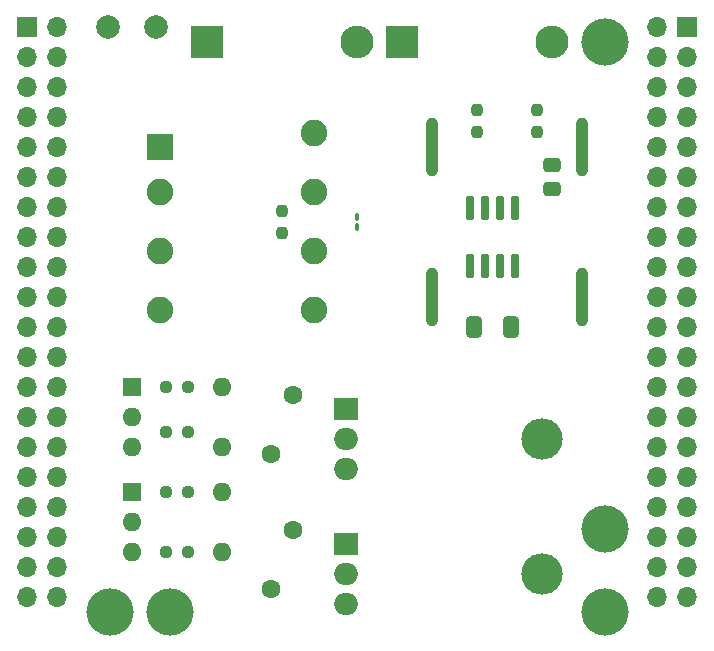
<source format=gbs>
G04 #@! TF.GenerationSoftware,KiCad,Pcbnew,(6.0.2)*
G04 #@! TF.CreationDate,2022-02-22T23:29:17+09:00*
G04 #@! TF.ProjectId,ACBoard,4143426f-6172-4642-9e6b-696361645f70,rev?*
G04 #@! TF.SameCoordinates,Original*
G04 #@! TF.FileFunction,Soldermask,Bot*
G04 #@! TF.FilePolarity,Negative*
%FSLAX46Y46*%
G04 Gerber Fmt 4.6, Leading zero omitted, Abs format (unit mm)*
G04 Created by KiCad (PCBNEW (6.0.2)) date 2022-02-22 23:29:17*
%MOMM*%
%LPD*%
G01*
G04 APERTURE LIST*
G04 Aperture macros list*
%AMRoundRect*
0 Rectangle with rounded corners*
0 $1 Rounding radius*
0 $2 $3 $4 $5 $6 $7 $8 $9 X,Y pos of 4 corners*
0 Add a 4 corners polygon primitive as box body*
4,1,4,$2,$3,$4,$5,$6,$7,$8,$9,$2,$3,0*
0 Add four circle primitives for the rounded corners*
1,1,$1+$1,$2,$3*
1,1,$1+$1,$4,$5*
1,1,$1+$1,$6,$7*
1,1,$1+$1,$8,$9*
0 Add four rect primitives between the rounded corners*
20,1,$1+$1,$2,$3,$4,$5,0*
20,1,$1+$1,$4,$5,$6,$7,0*
20,1,$1+$1,$6,$7,$8,$9,0*
20,1,$1+$1,$8,$9,$2,$3,0*%
G04 Aperture macros list end*
%ADD10C,4.000000*%
%ADD11RoundRect,0.042000X-0.258000X0.943000X-0.258000X-0.943000X0.258000X-0.943000X0.258000X0.943000X0*%
%ADD12R,1.600000X1.600000*%
%ADD13O,1.600000X1.600000*%
%ADD14R,2.250000X2.250000*%
%ADD15C,2.250000*%
%ADD16C,1.600000*%
%ADD17RoundRect,0.237500X-0.237500X0.250000X-0.237500X-0.250000X0.237500X-0.250000X0.237500X0.250000X0*%
%ADD18RoundRect,0.237500X0.237500X-0.250000X0.237500X0.250000X-0.237500X0.250000X-0.237500X-0.250000X0*%
%ADD19RoundRect,0.237500X0.250000X0.237500X-0.250000X0.237500X-0.250000X-0.237500X0.250000X-0.237500X0*%
%ADD20O,1.000000X5.000000*%
%ADD21C,2.000000*%
%ADD22R,1.700000X1.700000*%
%ADD23O,1.700000X1.700000*%
%ADD24R,2.800000X2.800000*%
%ADD25O,2.800000X2.800000*%
%ADD26RoundRect,0.100000X0.100000X-0.217500X0.100000X0.217500X-0.100000X0.217500X-0.100000X-0.217500X0*%
%ADD27O,3.500000X3.500000*%
%ADD28R,2.000000X1.905000*%
%ADD29O,2.000000X1.905000*%
%ADD30RoundRect,0.250000X-0.412500X-0.650000X0.412500X-0.650000X0.412500X0.650000X-0.412500X0.650000X0*%
%ADD31RoundRect,0.250000X-0.475000X0.337500X-0.475000X-0.337500X0.475000X-0.337500X0.475000X0.337500X0*%
G04 APERTURE END LIST*
D10*
X208915000Y-61595000D03*
X208915000Y-68580000D03*
X208915000Y-20320000D03*
X172085000Y-68580000D03*
X167005000Y-68580000D03*
D11*
X197485000Y-39300000D03*
X198755000Y-39300000D03*
X200025000Y-39300000D03*
X201295000Y-39300000D03*
X201295000Y-34360000D03*
X200025000Y-34360000D03*
X198755000Y-34360000D03*
X197485000Y-34360000D03*
D12*
X168920000Y-58435000D03*
D13*
X168920000Y-60975000D03*
X168920000Y-63515000D03*
X176540000Y-63515000D03*
X176540000Y-58435000D03*
D12*
X168920000Y-49545000D03*
D13*
X168920000Y-52085000D03*
X168920000Y-54625000D03*
X176540000Y-54625000D03*
X176540000Y-49545000D03*
D14*
X171300000Y-29260000D03*
D15*
X171300000Y-33060000D03*
X171300000Y-38060000D03*
X171300000Y-43060000D03*
X184300000Y-43060000D03*
X184300000Y-38060000D03*
X184300000Y-33060000D03*
X184300000Y-28060000D03*
D16*
X180710000Y-66635000D03*
X182510000Y-61635000D03*
X182510000Y-50205000D03*
X180710000Y-55205000D03*
D17*
X203200000Y-27940000D03*
X203200000Y-26115000D03*
D18*
X198120000Y-26115000D03*
X198120000Y-27940000D03*
D17*
X181610000Y-34647500D03*
X181610000Y-36472500D03*
D19*
X173632500Y-63500000D03*
X171807500Y-63500000D03*
X173632500Y-53340000D03*
X171807500Y-53340000D03*
X173632500Y-58420000D03*
X171807500Y-58420000D03*
X173632500Y-49530000D03*
X171807500Y-49530000D03*
D20*
X194310000Y-41910000D03*
X207010000Y-41910000D03*
X194310000Y-29210000D03*
X207010000Y-29210000D03*
D21*
X166910000Y-19050000D03*
X170910000Y-19050000D03*
D22*
X160015000Y-19055000D03*
D23*
X162555000Y-19055000D03*
X160015000Y-21595000D03*
X162555000Y-21595000D03*
X160015000Y-24135000D03*
X162555000Y-24135000D03*
X160015000Y-26675000D03*
X162555000Y-26675000D03*
X160015000Y-29215000D03*
X162555000Y-29215000D03*
X160015000Y-31755000D03*
X162555000Y-31755000D03*
X160015000Y-34295000D03*
X162555000Y-34295000D03*
X160015000Y-36835000D03*
X162555000Y-36835000D03*
X160015000Y-39375000D03*
X162555000Y-39375000D03*
X160015000Y-41915000D03*
X162555000Y-41915000D03*
X160015000Y-44455000D03*
X162555000Y-44455000D03*
X160015000Y-46995000D03*
X162555000Y-46995000D03*
X160015000Y-49535000D03*
X162555000Y-49535000D03*
X160015000Y-52075000D03*
X162555000Y-52075000D03*
X160015000Y-54615000D03*
X162555000Y-54615000D03*
X160015000Y-57155000D03*
X162555000Y-57155000D03*
X160015000Y-59695000D03*
X162555000Y-59695000D03*
X160015000Y-62235000D03*
X162555000Y-62235000D03*
X160015000Y-64775000D03*
X162555000Y-64775000D03*
X160015000Y-67315000D03*
X162555000Y-67315000D03*
D22*
X215920000Y-19080000D03*
D23*
X213380000Y-19080000D03*
X215920000Y-21620000D03*
X213380000Y-21620000D03*
X215920000Y-24160000D03*
X213380000Y-24160000D03*
X215920000Y-26700000D03*
X213380000Y-26700000D03*
X215920000Y-29240000D03*
X213380000Y-29240000D03*
X215920000Y-31780000D03*
X213380000Y-31780000D03*
X215920000Y-34320000D03*
X213380000Y-34320000D03*
X215920000Y-36860000D03*
X213380000Y-36860000D03*
X215920000Y-39400000D03*
X213380000Y-39400000D03*
X215920000Y-41940000D03*
X213380000Y-41940000D03*
X215920000Y-44480000D03*
X213380000Y-44480000D03*
X215920000Y-47020000D03*
X213380000Y-47020000D03*
X215920000Y-49560000D03*
X213380000Y-49560000D03*
X215920000Y-52100000D03*
X213380000Y-52100000D03*
X215920000Y-54640000D03*
X213380000Y-54640000D03*
X215920000Y-57180000D03*
X213380000Y-57180000D03*
X215920000Y-59720000D03*
X213380000Y-59720000D03*
X215920000Y-62260000D03*
X213380000Y-62260000D03*
X215920000Y-64800000D03*
X213380000Y-64800000D03*
X215920000Y-67340000D03*
X213380000Y-67340000D03*
D24*
X191770000Y-20320000D03*
D25*
X204470000Y-20320000D03*
D24*
X175260000Y-20320000D03*
D25*
X187960000Y-20320000D03*
D26*
X187960000Y-35967500D03*
X187960000Y-35152500D03*
D27*
X203645000Y-65405000D03*
D28*
X186985000Y-62865000D03*
D29*
X186985000Y-65405000D03*
X186985000Y-67945000D03*
D27*
X203645000Y-53975000D03*
D28*
X186985000Y-51435000D03*
D29*
X186985000Y-53975000D03*
X186985000Y-56515000D03*
D30*
X200952500Y-44450000D03*
X197827500Y-44450000D03*
D31*
X204470000Y-32787500D03*
X204470000Y-30712500D03*
M02*

</source>
